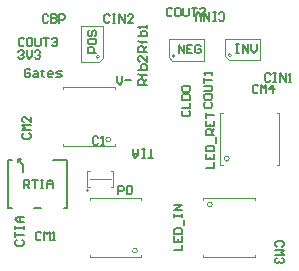
<source format=gbr>
%TF.GenerationSoftware,Altium Limited,Altium Designer,21.6.4 (81)*%
G04 Layer_Color=65535*
%FSLAX43Y43*%
%MOMM*%
%TF.SameCoordinates,237B7D82-E972-44EC-B40D-EB97757C63C7*%
%TF.FilePolarity,Positive*%
%TF.FileFunction,Legend,Top*%
%TF.Part,Single*%
G01*
G75*
%TA.AperFunction,NonConductor*%
%ADD57C,0.200*%
%ADD58C,0.100*%
D57*
X-13950Y-475D02*
X-13600D01*
X-13950Y-4575D02*
Y-475D01*
Y-4575D02*
X-13600D01*
X-11800D02*
X-11150D01*
X-9250D02*
X-9000D01*
Y-475D01*
X-10150D02*
X-9000D01*
X-13150Y-625D02*
Y-375D01*
Y-625D02*
X-12850Y-375D01*
X-13150D02*
X-12850D01*
X-13150D02*
X-12700Y-875D01*
Y-1525D02*
Y-875D01*
X-13100Y8683D02*
X-12983Y8800D01*
X-12750D01*
X-12633Y8683D01*
Y8567D01*
X-12750Y8450D01*
X-12867D01*
X-12750D01*
X-12633Y8333D01*
Y8217D01*
X-12750Y8100D01*
X-12983D01*
X-13100Y8217D01*
X-12400Y8800D02*
Y8333D01*
X-12167Y8100D01*
X-11934Y8333D01*
Y8800D01*
X-11700Y8683D02*
X-11584Y8800D01*
X-11351D01*
X-11234Y8683D01*
Y8567D01*
X-11351Y8450D01*
X-11467D01*
X-11351D01*
X-11234Y8333D01*
Y8217D01*
X-11351Y8100D01*
X-11584D01*
X-11700Y8217D01*
X-4750Y6600D02*
Y6133D01*
X-4517Y5900D01*
X-4283Y6133D01*
Y6600D01*
X-4050Y6250D02*
X-3584D01*
X-6500Y8617D02*
X-7200D01*
Y8967D01*
X-7083Y9083D01*
X-6850D01*
X-6733Y8967D01*
Y8617D01*
X-7200Y9667D02*
Y9433D01*
X-7083Y9317D01*
X-6617D01*
X-6500Y9433D01*
Y9667D01*
X-6617Y9783D01*
X-7083D01*
X-7200Y9667D01*
X-7083Y10483D02*
X-7200Y10366D01*
Y10133D01*
X-7083Y10017D01*
X-6967D01*
X-6850Y10133D01*
Y10366D01*
X-6733Y10483D01*
X-6617D01*
X-6500Y10366D01*
Y10133D01*
X-6617Y10017D01*
X-12625Y-2850D02*
Y-2150D01*
X-12275D01*
X-12158Y-2267D01*
Y-2500D01*
X-12275Y-2617D01*
X-12625D01*
X-12391D02*
X-12158Y-2850D01*
X-11925Y-2150D02*
X-11458D01*
X-11692D01*
Y-2850D01*
X-11225Y-2150D02*
X-10992D01*
X-11108D01*
Y-2850D01*
X-11225D01*
X-10992D01*
X-10642D02*
Y-2383D01*
X-10409Y-2150D01*
X-10175Y-2383D01*
Y-2850D01*
Y-2500D01*
X-10642D01*
X-1668Y-290D02*
X-2134D01*
X-1901D01*
Y410D01*
X-2368Y-290D02*
X-2601D01*
X-2484D01*
Y410D01*
X-2368D01*
X-2601D01*
X-2951D02*
Y-56D01*
X-3184Y-290D01*
X-3417Y-56D01*
Y410D01*
Y60D01*
X-2951D01*
X-2250Y5875D02*
X-2950D01*
Y6225D01*
X-2833Y6342D01*
X-2600D01*
X-2483Y6225D01*
Y5875D01*
Y6109D02*
X-2250Y6342D01*
Y6692D02*
X-2833D01*
X-2600D01*
Y6575D01*
Y6808D01*
Y6692D01*
X-2833D01*
X-2950Y6808D01*
Y7158D02*
X-2250D01*
Y7508D01*
X-2367Y7625D01*
X-2483D01*
X-2600D01*
X-2717Y7508D01*
Y7158D01*
X-2250Y8325D02*
Y7858D01*
X-2717Y8325D01*
X-2833D01*
X-2950Y8208D01*
Y7975D01*
X-2833Y7858D01*
X-2250Y8692D02*
X-2950D01*
Y9042D01*
X-2833Y9159D01*
X-2600D01*
X-2483Y9042D01*
Y8692D01*
Y8925D02*
X-2250Y9159D01*
Y9508D02*
X-2833D01*
X-2600D01*
Y9392D01*
Y9625D01*
Y9508D01*
X-2833D01*
X-2950Y9625D01*
Y9975D02*
X-2250D01*
Y10325D01*
X-2367Y10441D01*
X-2483D01*
X-2600D01*
X-2717Y10325D01*
Y9975D01*
X-2250Y10675D02*
Y10908D01*
Y10791D01*
X-2950D01*
X-2833Y10675D01*
X467Y8550D02*
Y9250D01*
X933Y8550D01*
Y9250D01*
X1633D02*
X1167D01*
Y8550D01*
X1633D01*
X1167Y8900D02*
X1400D01*
X2333Y9133D02*
X2216Y9250D01*
X1983D01*
X1867Y9133D01*
Y8667D01*
X1983Y8550D01*
X2216D01*
X2333Y8667D01*
Y8900D01*
X2100D01*
X5325Y9300D02*
X5559D01*
X5442D01*
Y8600D01*
X5325D01*
X5559D01*
X5908D02*
Y9300D01*
X6375Y8600D01*
Y9300D01*
X6608D02*
Y8833D01*
X6841Y8600D01*
X7075Y8833D01*
Y9300D01*
X2792Y-1133D02*
X3492D01*
Y-666D01*
X2792Y34D02*
Y-433D01*
X3492D01*
Y34D01*
X3142Y-433D02*
Y-200D01*
X2792Y267D02*
X3492D01*
Y617D01*
X3375Y733D01*
X2908D01*
X2792Y617D01*
Y267D01*
X3608Y967D02*
Y1433D01*
X3492Y1667D02*
X2792D01*
Y2016D01*
X2908Y2133D01*
X3142D01*
X3258Y2016D01*
Y1667D01*
Y1900D02*
X3492Y2133D01*
X2792Y2833D02*
Y2366D01*
X3492D01*
Y2833D01*
X3142Y2366D02*
Y2600D01*
X2792Y3066D02*
Y3533D01*
Y3299D01*
X3492D01*
X92Y-8124D02*
X792D01*
Y-7658D01*
X92Y-6958D02*
Y-7425D01*
X792D01*
Y-6958D01*
X442Y-7425D02*
Y-7191D01*
X92Y-6725D02*
X792D01*
Y-6375D01*
X675Y-6258D01*
X208D01*
X92Y-6375D01*
Y-6725D01*
X908Y-6025D02*
Y-5559D01*
X92Y-5325D02*
Y-5092D01*
Y-5209D01*
X792D01*
Y-5325D01*
Y-5092D01*
Y-4742D02*
X92D01*
X792Y-4276D01*
X92D01*
X-12108Y7133D02*
X-12225Y7250D01*
X-12458D01*
X-12574Y7133D01*
Y6667D01*
X-12458Y6550D01*
X-12225D01*
X-12108Y6667D01*
Y6900D01*
X-12341D01*
X-11758Y7017D02*
X-11525D01*
X-11408Y6900D01*
Y6550D01*
X-11758D01*
X-11875Y6667D01*
X-11758Y6783D01*
X-11408D01*
X-11058Y7133D02*
Y7017D01*
X-11175D01*
X-10942D01*
X-11058D01*
Y6667D01*
X-10942Y6550D01*
X-10242D02*
X-10475D01*
X-10592Y6667D01*
Y6900D01*
X-10475Y7017D01*
X-10242D01*
X-10125Y6900D01*
Y6783D01*
X-10592D01*
X-9892Y6550D02*
X-9542D01*
X-9426Y6667D01*
X-9542Y6783D01*
X-9775D01*
X-9892Y6900D01*
X-9775Y7017D01*
X-9426D01*
X-4633Y-3350D02*
Y-2650D01*
X-4283D01*
X-4167Y-2767D01*
Y-3000D01*
X-4283Y-3117D01*
X-4633D01*
X-3933Y-2650D02*
Y-3350D01*
X-3583D01*
X-3467Y-3233D01*
Y-2767D01*
X-3583Y-2650D01*
X-3933D01*
X-13233Y-7258D02*
X-13350Y-7375D01*
Y-7608D01*
X-13233Y-7725D01*
X-12767D01*
X-12650Y-7608D01*
Y-7375D01*
X-12767Y-7258D01*
X-13350Y-7025D02*
Y-6558D01*
Y-6792D01*
X-12650D01*
X-13350Y-6325D02*
Y-6092D01*
Y-6208D01*
X-12650D01*
Y-6325D01*
Y-6092D01*
Y-5742D02*
X-13117D01*
X-13350Y-5509D01*
X-13117Y-5275D01*
X-12650D01*
X-13000D01*
Y-5742D01*
X-12616Y9733D02*
X-12733Y9850D01*
X-12966D01*
X-13083Y9733D01*
Y9267D01*
X-12966Y9150D01*
X-12733D01*
X-12616Y9267D01*
X-12033Y9850D02*
X-12266D01*
X-12383Y9733D01*
Y9267D01*
X-12266Y9150D01*
X-12033D01*
X-11917Y9267D01*
Y9733D01*
X-12033Y9850D01*
X-11683D02*
Y9267D01*
X-11567Y9150D01*
X-11333D01*
X-11217Y9267D01*
Y9850D01*
X-10983D02*
X-10517D01*
X-10750D01*
Y9150D01*
X-10284Y9733D02*
X-10167Y9850D01*
X-9934D01*
X-9817Y9733D01*
Y9617D01*
X-9934Y9500D01*
X-10050D01*
X-9934D01*
X-9817Y9383D01*
Y9267D01*
X-9934Y9150D01*
X-10167D01*
X-10284Y9267D01*
X-66Y12283D02*
X-183Y12400D01*
X-416D01*
X-533Y12283D01*
Y11817D01*
X-416Y11700D01*
X-183D01*
X-66Y11817D01*
X517Y12400D02*
X284D01*
X167Y12283D01*
Y11817D01*
X284Y11700D01*
X517D01*
X633Y11817D01*
Y12283D01*
X517Y12400D01*
X867D02*
Y11817D01*
X983Y11700D01*
X1217D01*
X1333Y11817D01*
Y12400D01*
X1567D02*
X2033D01*
X1800D01*
Y11700D01*
X2733D02*
X2266D01*
X2733Y12167D01*
Y12283D01*
X2616Y12400D01*
X2383D01*
X2266Y12283D01*
X2717Y4400D02*
X2600Y4284D01*
Y4050D01*
X2717Y3934D01*
X3183D01*
X3300Y4050D01*
Y4284D01*
X3183Y4400D01*
X2600Y4983D02*
Y4750D01*
X2717Y4634D01*
X3183D01*
X3300Y4750D01*
Y4983D01*
X3183Y5100D01*
X2717D01*
X2600Y4983D01*
Y5333D02*
X3183D01*
X3300Y5450D01*
Y5683D01*
X3183Y5800D01*
X2600D01*
Y6033D02*
Y6500D01*
Y6266D01*
X3300D01*
Y6733D02*
Y6966D01*
Y6850D01*
X2600D01*
X2717Y6733D01*
X7208Y5758D02*
X7092Y5875D01*
X6859D01*
X6742Y5758D01*
Y5292D01*
X6859Y5175D01*
X7092D01*
X7208Y5292D01*
X7442Y5175D02*
Y5875D01*
X7675Y5642D01*
X7908Y5875D01*
Y5175D01*
X8491D02*
Y5875D01*
X8142Y5525D01*
X8608D01*
X9233Y-7833D02*
X9350Y-7717D01*
Y-7484D01*
X9233Y-7367D01*
X8767D01*
X8650Y-7484D01*
Y-7717D01*
X8767Y-7833D01*
X8650Y-8067D02*
X9350D01*
X9117Y-8300D01*
X9350Y-8533D01*
X8650D01*
X9233Y-8767D02*
X9350Y-8883D01*
Y-9116D01*
X9233Y-9233D01*
X9117D01*
X9000Y-9116D01*
Y-9000D01*
Y-9116D01*
X8883Y-9233D01*
X8767D01*
X8650Y-9116D01*
Y-8883D01*
X8767Y-8767D01*
X-12633Y1783D02*
X-12750Y1667D01*
Y1434D01*
X-12633Y1317D01*
X-12167D01*
X-12050Y1434D01*
Y1667D01*
X-12167Y1783D01*
X-12050Y2017D02*
X-12750D01*
X-12517Y2250D01*
X-12750Y2483D01*
X-12050D01*
Y3183D02*
Y2717D01*
X-12517Y3183D01*
X-12633D01*
X-12750Y3066D01*
Y2833D01*
X-12633Y2717D01*
X-11150Y-6667D02*
X-11267Y-6550D01*
X-11500D01*
X-11616Y-6667D01*
Y-7133D01*
X-11500Y-7250D01*
X-11267D01*
X-11150Y-7133D01*
X-10917Y-7250D02*
Y-6550D01*
X-10683Y-6783D01*
X-10450Y-6550D01*
Y-7250D01*
X-10217D02*
X-9984D01*
X-10100D01*
Y-6550D01*
X-10217Y-6667D01*
X867Y3684D02*
X750Y3567D01*
Y3334D01*
X867Y3217D01*
X1333D01*
X1450Y3334D01*
Y3567D01*
X1333Y3684D01*
X750Y3917D02*
X1450D01*
Y4383D01*
X750Y4617D02*
X1450D01*
Y4967D01*
X1333Y5083D01*
X867D01*
X750Y4967D01*
Y4617D01*
Y5666D02*
Y5433D01*
X867Y5316D01*
X1333D01*
X1450Y5433D01*
Y5666D01*
X1333Y5783D01*
X867D01*
X750Y5666D01*
X3883Y11442D02*
X4000Y11325D01*
X4233D01*
X4350Y11442D01*
Y11908D01*
X4233Y12025D01*
X4000D01*
X3883Y11908D01*
X3650Y11325D02*
X3417D01*
X3533D01*
Y12025D01*
X3650D01*
X3417D01*
X3067D02*
Y11325D01*
X2600Y12025D01*
Y11325D01*
X2367D02*
Y11792D01*
X2134Y12025D01*
X1900Y11792D01*
Y11325D01*
X-5358Y11733D02*
X-5475Y11850D01*
X-5708D01*
X-5825Y11733D01*
Y11267D01*
X-5708Y11150D01*
X-5475D01*
X-5358Y11267D01*
X-5125Y11850D02*
X-4892D01*
X-5008D01*
Y11150D01*
X-5125D01*
X-4892D01*
X-4542D02*
Y11850D01*
X-4075Y11150D01*
Y11850D01*
X-3375Y11150D02*
X-3842D01*
X-3375Y11617D01*
Y11733D01*
X-3492Y11850D01*
X-3725D01*
X-3842Y11733D01*
X8259Y6733D02*
X8142Y6850D01*
X7909D01*
X7792Y6733D01*
Y6267D01*
X7909Y6150D01*
X8142D01*
X8259Y6267D01*
X8492Y6850D02*
X8725D01*
X8608D01*
Y6150D01*
X8492D01*
X8725D01*
X9075D02*
Y6850D01*
X9541Y6150D01*
Y6850D01*
X9775Y6150D02*
X10008D01*
X9891D01*
Y6850D01*
X9775Y6733D01*
X-10567Y11733D02*
X-10683Y11850D01*
X-10916D01*
X-11033Y11733D01*
Y11267D01*
X-10916Y11150D01*
X-10683D01*
X-10567Y11267D01*
X-10333Y11850D02*
Y11150D01*
X-9983D01*
X-9867Y11267D01*
Y11383D01*
X-9983Y11500D01*
X-10333D01*
X-9983D01*
X-9867Y11617D01*
Y11733D01*
X-9983Y11850D01*
X-10333D01*
X-9633Y11150D02*
Y11850D01*
X-9284D01*
X-9167Y11733D01*
Y11500D01*
X-9284Y11383D01*
X-9633D01*
X-6325Y1408D02*
X-6442Y1525D01*
X-6675D01*
X-6792Y1408D01*
Y942D01*
X-6675Y825D01*
X-6442D01*
X-6325Y942D01*
X-6092Y825D02*
X-5858D01*
X-5975D01*
Y1525D01*
X-6092Y1408D01*
D58*
X-5294Y1250D02*
G03*
X-5294Y1250I-206J0D01*
G01*
X-7159Y-3060D02*
G03*
X-7159Y-3060I-71J0D01*
G01*
X166Y8325D02*
G03*
X166Y8325I-141J0D01*
G01*
X4756Y-375D02*
G03*
X4756Y-375I-206J0D01*
G01*
X-3019Y-8150D02*
G03*
X-3019Y-8150I-206J0D01*
G01*
X-6233Y8250D02*
G03*
X-6233Y8250I-141J0D01*
G01*
X3306Y-4250D02*
G03*
X3306Y-4250I-206J0D01*
G01*
X4942Y8400D02*
G03*
X4942Y8400I-141J0D01*
G01*
X-4950Y700D02*
Y900D01*
X-5100Y700D02*
X-4950D01*
X-9350D02*
X-5100D01*
X-9350Y5500D02*
Y5700D01*
Y700D02*
Y900D01*
Y5700D02*
X-4950D01*
Y5500D02*
Y5700D01*
X-7050Y-2100D02*
X-5250D01*
Y-2800D02*
X-5050D01*
Y-1400D01*
X-5250D02*
X-5050D01*
X-7250Y-2800D02*
X-7050D01*
X-7250D02*
Y-2100D01*
Y-1400D02*
X-7050D01*
X-7250Y-2100D02*
Y-1400D01*
X-375Y9725D02*
X2625D01*
Y7925D02*
Y9725D01*
X-375Y8225D02*
Y9725D01*
Y8225D02*
X-75Y7925D01*
X2625D01*
X8800Y-925D02*
X9000D01*
Y3475D01*
X4000D02*
X4200D01*
X8800D02*
X9000D01*
X4000Y-775D02*
Y3475D01*
Y-925D02*
Y-775D01*
Y-925D02*
X4200D01*
X-2675Y-3900D02*
Y-3700D01*
X-7075D02*
X-2675D01*
X-7075Y-8700D02*
Y-8500D01*
Y-3900D02*
Y-3700D01*
Y-8700D02*
X-2825D01*
X-2675D01*
Y-8500D01*
X-7775Y7850D02*
Y10850D01*
X-5975D01*
X-7775Y7850D02*
X-6275D01*
X-5975Y8150D01*
Y10850D01*
X2550Y-3900D02*
Y-3700D01*
X2700D01*
X6950D01*
Y-8700D02*
Y-8500D01*
Y-3900D02*
Y-3700D01*
X2550Y-8700D02*
X6950D01*
X2550D02*
Y-8500D01*
X4400Y9800D02*
X7400D01*
Y8000D02*
Y9800D01*
X4400Y8300D02*
Y9800D01*
Y8300D02*
X4700Y8000D01*
X7400D01*
%TF.MD5,6d5edcd01fee11f84634b1f8f5ac4200*%
M02*

</source>
